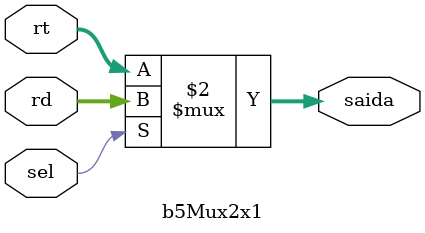
<source format=v>
module b5Mux2x1 (
  input wire [4:0] rt,
  input wire [4:0] rd,
  input wire sel,
  output wire [4:0] saida
);
  assign saida = (sel == 1'b0) ? rt : rd;
endmodule

</source>
